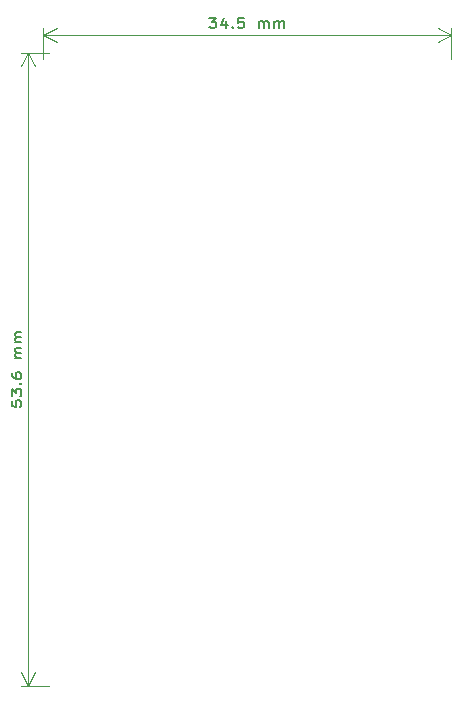
<source format=gbr>
%TF.GenerationSoftware,KiCad,Pcbnew,9.0.2*%
%TF.CreationDate,2025-06-14T22:12:11+08:00*%
%TF.ProjectId,Breadboard Power Supply,42726561-6462-46f6-9172-6420506f7765,1*%
%TF.SameCoordinates,Original*%
%TF.FileFunction,Other,User*%
%FSLAX46Y46*%
G04 Gerber Fmt 4.6, Leading zero omitted, Abs format (unit mm)*
G04 Created by KiCad (PCBNEW 9.0.2) date 2025-06-14 22:12:11*
%MOMM*%
%LPD*%
G01*
G04 APERTURE LIST*
%ADD10C,0.150000*%
%ADD11C,0.100000*%
G04 APERTURE END LIST*
D10*
X132143905Y-58556295D02*
X132762952Y-58556295D01*
X132762952Y-58556295D02*
X132429619Y-58861057D01*
X132429619Y-58861057D02*
X132572476Y-58861057D01*
X132572476Y-58861057D02*
X132667714Y-58899152D01*
X132667714Y-58899152D02*
X132715333Y-58937247D01*
X132715333Y-58937247D02*
X132762952Y-59013438D01*
X132762952Y-59013438D02*
X132762952Y-59203914D01*
X132762952Y-59203914D02*
X132715333Y-59280104D01*
X132715333Y-59280104D02*
X132667714Y-59318200D01*
X132667714Y-59318200D02*
X132572476Y-59356295D01*
X132572476Y-59356295D02*
X132286762Y-59356295D01*
X132286762Y-59356295D02*
X132191524Y-59318200D01*
X132191524Y-59318200D02*
X132143905Y-59280104D01*
X133620095Y-58822961D02*
X133620095Y-59356295D01*
X133382000Y-58518200D02*
X133143905Y-59089628D01*
X133143905Y-59089628D02*
X133762952Y-59089628D01*
X134143905Y-59280104D02*
X134191524Y-59318200D01*
X134191524Y-59318200D02*
X134143905Y-59356295D01*
X134143905Y-59356295D02*
X134096286Y-59318200D01*
X134096286Y-59318200D02*
X134143905Y-59280104D01*
X134143905Y-59280104D02*
X134143905Y-59356295D01*
X135096285Y-58556295D02*
X134620095Y-58556295D01*
X134620095Y-58556295D02*
X134572476Y-58937247D01*
X134572476Y-58937247D02*
X134620095Y-58899152D01*
X134620095Y-58899152D02*
X134715333Y-58861057D01*
X134715333Y-58861057D02*
X134953428Y-58861057D01*
X134953428Y-58861057D02*
X135048666Y-58899152D01*
X135048666Y-58899152D02*
X135096285Y-58937247D01*
X135096285Y-58937247D02*
X135143904Y-59013438D01*
X135143904Y-59013438D02*
X135143904Y-59203914D01*
X135143904Y-59203914D02*
X135096285Y-59280104D01*
X135096285Y-59280104D02*
X135048666Y-59318200D01*
X135048666Y-59318200D02*
X134953428Y-59356295D01*
X134953428Y-59356295D02*
X134715333Y-59356295D01*
X134715333Y-59356295D02*
X134620095Y-59318200D01*
X134620095Y-59318200D02*
X134572476Y-59280104D01*
X136334381Y-59356295D02*
X136334381Y-58822961D01*
X136334381Y-58899152D02*
X136382000Y-58861057D01*
X136382000Y-58861057D02*
X136477238Y-58822961D01*
X136477238Y-58822961D02*
X136620095Y-58822961D01*
X136620095Y-58822961D02*
X136715333Y-58861057D01*
X136715333Y-58861057D02*
X136762952Y-58937247D01*
X136762952Y-58937247D02*
X136762952Y-59356295D01*
X136762952Y-58937247D02*
X136810571Y-58861057D01*
X136810571Y-58861057D02*
X136905809Y-58822961D01*
X136905809Y-58822961D02*
X137048666Y-58822961D01*
X137048666Y-58822961D02*
X137143905Y-58861057D01*
X137143905Y-58861057D02*
X137191524Y-58937247D01*
X137191524Y-58937247D02*
X137191524Y-59356295D01*
X137667714Y-59356295D02*
X137667714Y-58822961D01*
X137667714Y-58899152D02*
X137715333Y-58861057D01*
X137715333Y-58861057D02*
X137810571Y-58822961D01*
X137810571Y-58822961D02*
X137953428Y-58822961D01*
X137953428Y-58822961D02*
X138048666Y-58861057D01*
X138048666Y-58861057D02*
X138096285Y-58937247D01*
X138096285Y-58937247D02*
X138096285Y-59356295D01*
X138096285Y-58937247D02*
X138143904Y-58861057D01*
X138143904Y-58861057D02*
X138239142Y-58822961D01*
X138239142Y-58822961D02*
X138381999Y-58822961D01*
X138381999Y-58822961D02*
X138477238Y-58861057D01*
X138477238Y-58861057D02*
X138524857Y-58937247D01*
X138524857Y-58937247D02*
X138524857Y-59356295D01*
D11*
X118110000Y-61984000D02*
X118110000Y-59357580D01*
X152654000Y-59357580D02*
X152654000Y-61984000D01*
X118110000Y-59944000D02*
X152654000Y-59944000D01*
X118110000Y-59944000D02*
X119236504Y-59357579D01*
X118110000Y-59944000D02*
X119236504Y-60530421D01*
X152654000Y-59944000D02*
X151527496Y-60530421D01*
X152654000Y-59944000D02*
X151527496Y-59357579D01*
D10*
X115452295Y-90931666D02*
X115452295Y-91407856D01*
X115452295Y-91407856D02*
X115833247Y-91455475D01*
X115833247Y-91455475D02*
X115795152Y-91407856D01*
X115795152Y-91407856D02*
X115757057Y-91312618D01*
X115757057Y-91312618D02*
X115757057Y-91074523D01*
X115757057Y-91074523D02*
X115795152Y-90979285D01*
X115795152Y-90979285D02*
X115833247Y-90931666D01*
X115833247Y-90931666D02*
X115909438Y-90884047D01*
X115909438Y-90884047D02*
X116099914Y-90884047D01*
X116099914Y-90884047D02*
X116176104Y-90931666D01*
X116176104Y-90931666D02*
X116214200Y-90979285D01*
X116214200Y-90979285D02*
X116252295Y-91074523D01*
X116252295Y-91074523D02*
X116252295Y-91312618D01*
X116252295Y-91312618D02*
X116214200Y-91407856D01*
X116214200Y-91407856D02*
X116176104Y-91455475D01*
X115452295Y-90550713D02*
X115452295Y-89931666D01*
X115452295Y-89931666D02*
X115757057Y-90264999D01*
X115757057Y-90264999D02*
X115757057Y-90122142D01*
X115757057Y-90122142D02*
X115795152Y-90026904D01*
X115795152Y-90026904D02*
X115833247Y-89979285D01*
X115833247Y-89979285D02*
X115909438Y-89931666D01*
X115909438Y-89931666D02*
X116099914Y-89931666D01*
X116099914Y-89931666D02*
X116176104Y-89979285D01*
X116176104Y-89979285D02*
X116214200Y-90026904D01*
X116214200Y-90026904D02*
X116252295Y-90122142D01*
X116252295Y-90122142D02*
X116252295Y-90407856D01*
X116252295Y-90407856D02*
X116214200Y-90503094D01*
X116214200Y-90503094D02*
X116176104Y-90550713D01*
X116176104Y-89503094D02*
X116214200Y-89455475D01*
X116214200Y-89455475D02*
X116252295Y-89503094D01*
X116252295Y-89503094D02*
X116214200Y-89550713D01*
X116214200Y-89550713D02*
X116176104Y-89503094D01*
X116176104Y-89503094D02*
X116252295Y-89503094D01*
X115452295Y-88598333D02*
X115452295Y-88788809D01*
X115452295Y-88788809D02*
X115490390Y-88884047D01*
X115490390Y-88884047D02*
X115528485Y-88931666D01*
X115528485Y-88931666D02*
X115642771Y-89026904D01*
X115642771Y-89026904D02*
X115795152Y-89074523D01*
X115795152Y-89074523D02*
X116099914Y-89074523D01*
X116099914Y-89074523D02*
X116176104Y-89026904D01*
X116176104Y-89026904D02*
X116214200Y-88979285D01*
X116214200Y-88979285D02*
X116252295Y-88884047D01*
X116252295Y-88884047D02*
X116252295Y-88693571D01*
X116252295Y-88693571D02*
X116214200Y-88598333D01*
X116214200Y-88598333D02*
X116176104Y-88550714D01*
X116176104Y-88550714D02*
X116099914Y-88503095D01*
X116099914Y-88503095D02*
X115909438Y-88503095D01*
X115909438Y-88503095D02*
X115833247Y-88550714D01*
X115833247Y-88550714D02*
X115795152Y-88598333D01*
X115795152Y-88598333D02*
X115757057Y-88693571D01*
X115757057Y-88693571D02*
X115757057Y-88884047D01*
X115757057Y-88884047D02*
X115795152Y-88979285D01*
X115795152Y-88979285D02*
X115833247Y-89026904D01*
X115833247Y-89026904D02*
X115909438Y-89074523D01*
X116252295Y-87312618D02*
X115718961Y-87312618D01*
X115795152Y-87312618D02*
X115757057Y-87264999D01*
X115757057Y-87264999D02*
X115718961Y-87169761D01*
X115718961Y-87169761D02*
X115718961Y-87026904D01*
X115718961Y-87026904D02*
X115757057Y-86931666D01*
X115757057Y-86931666D02*
X115833247Y-86884047D01*
X115833247Y-86884047D02*
X116252295Y-86884047D01*
X115833247Y-86884047D02*
X115757057Y-86836428D01*
X115757057Y-86836428D02*
X115718961Y-86741190D01*
X115718961Y-86741190D02*
X115718961Y-86598333D01*
X115718961Y-86598333D02*
X115757057Y-86503094D01*
X115757057Y-86503094D02*
X115833247Y-86455475D01*
X115833247Y-86455475D02*
X116252295Y-86455475D01*
X116252295Y-85979285D02*
X115718961Y-85979285D01*
X115795152Y-85979285D02*
X115757057Y-85931666D01*
X115757057Y-85931666D02*
X115718961Y-85836428D01*
X115718961Y-85836428D02*
X115718961Y-85693571D01*
X115718961Y-85693571D02*
X115757057Y-85598333D01*
X115757057Y-85598333D02*
X115833247Y-85550714D01*
X115833247Y-85550714D02*
X116252295Y-85550714D01*
X115833247Y-85550714D02*
X115757057Y-85503095D01*
X115757057Y-85503095D02*
X115718961Y-85407857D01*
X115718961Y-85407857D02*
X115718961Y-85265000D01*
X115718961Y-85265000D02*
X115757057Y-85169761D01*
X115757057Y-85169761D02*
X115833247Y-85122142D01*
X115833247Y-85122142D02*
X116252295Y-85122142D01*
D11*
X118626000Y-61468000D02*
X116253580Y-61468000D01*
X116253580Y-115062000D02*
X118626000Y-115062000D01*
X116840000Y-61468000D02*
X116840000Y-115062000D01*
X116840000Y-61468000D02*
X117426421Y-62594504D01*
X116840000Y-61468000D02*
X116253579Y-62594504D01*
X116840000Y-115062000D02*
X116253579Y-113935496D01*
X116840000Y-115062000D02*
X117426421Y-113935496D01*
M02*

</source>
